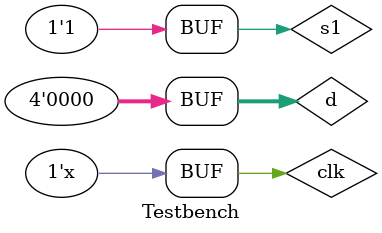
<source format=v>
  module Testbench();

  parameter n=3;

  reg [n:0] d;

  reg s1,clk;

  wire [n:0] q;

  wire s0;


  shiftregister UUT(.s1(s1),.d(d),.clk(clk),.q(q),.s0(s0));

  initial begin

  d=4'b0000;

  clk=0;

  end


always

begin:clok

#10 clk=~clk; s1=1;

end

endmodule

</source>
